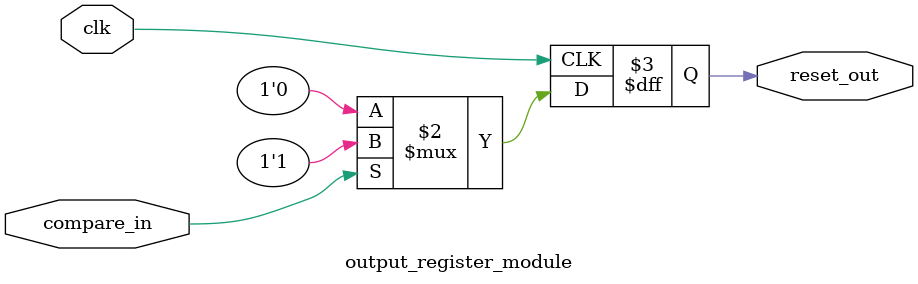
<source format=sv>
module threshold_reset_gen(
    input  wire       clk,
    input  wire [7:0] signal_value,
    input  wire [7:0] threshold,
    output wire       reset_out
);
    // 连接信号
    wire compare_result;
    
    // 比较器子模块实例化
    comparator_module comparator_inst (
        .clk           (clk),
        .signal_value  (signal_value),
        .threshold     (threshold),
        .result        (compare_result)
    );
    
    // 输出寄存器子模块实例化
    output_register_module output_reg_inst (
        .clk           (clk),
        .compare_in    (compare_result),
        .reset_out     (reset_out)
    );
    
endmodule

// 比较器子模块 - 负责信号阈值比较逻辑
module comparator_module(
    input  wire       clk,
    input  wire [7:0] signal_value,
    input  wire [7:0] threshold,
    output reg        result
);
    // 比较逻辑
    always @(posedge clk) begin
        result <= (signal_value > threshold);
    end
endmodule

// 输出寄存器子模块 - 负责管理复位输出信号
module output_register_module(
    input  wire clk,
    input  wire compare_in,
    output reg  reset_out
);
    // 输出寄存器逻辑
    always @(posedge clk) begin
        reset_out <= compare_in ? 1'b1 : 1'b0;
    end
endmodule
</source>
